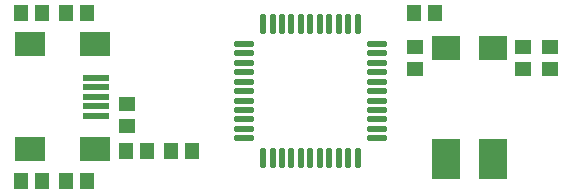
<source format=gtp>
%FSLAX24Y24*%
%MOIN*%
G70*
G01*
G75*
G04 Layer_Color=8421504*
%ADD10R,0.0472X0.0551*%
%ADD11R,0.0551X0.0472*%
%ADD12O,0.0689X0.0217*%
%ADD13O,0.0217X0.0689*%
%ADD14R,0.0906X0.0197*%
%ADD15R,0.0984X0.0787*%
%ADD16R,0.0945X0.1339*%
%ADD17R,0.0945X0.0787*%
%ADD18C,0.0120*%
%ADD19C,0.0200*%
%ADD20C,0.0250*%
%ADD21C,0.0550*%
%ADD22C,0.0591*%
%ADD23R,0.0591X0.0591*%
%ADD24C,0.0472*%
%ADD25C,0.0240*%
%ADD26C,0.0500*%
%ADD27C,0.0100*%
%ADD28C,0.0236*%
%ADD29C,0.0098*%
%ADD30C,0.0079*%
D10*
X27554Y25000D02*
D03*
X26846D02*
D03*
X29054D02*
D03*
X28346D02*
D03*
X37154Y29600D02*
D03*
X36446D02*
D03*
X25554Y24000D02*
D03*
X24846D02*
D03*
X23346Y29600D02*
D03*
X24054D02*
D03*
X24054Y24000D02*
D03*
X23346D02*
D03*
X24846Y29600D02*
D03*
X25554D02*
D03*
D11*
X26900Y26554D02*
D03*
Y25846D02*
D03*
X41000Y28454D02*
D03*
Y27746D02*
D03*
X36500Y28454D02*
D03*
Y27746D02*
D03*
X40100Y28454D02*
D03*
Y27746D02*
D03*
D12*
X30776Y25425D02*
D03*
Y25740D02*
D03*
Y26055D02*
D03*
Y26370D02*
D03*
Y26685D02*
D03*
X30776Y27000D02*
D03*
Y27315D02*
D03*
X30776Y27630D02*
D03*
Y27945D02*
D03*
Y28260D02*
D03*
Y28575D02*
D03*
X35224D02*
D03*
Y28260D02*
D03*
Y27945D02*
D03*
Y27630D02*
D03*
Y27315D02*
D03*
Y27000D02*
D03*
Y26685D02*
D03*
Y26370D02*
D03*
Y26055D02*
D03*
Y25740D02*
D03*
Y25425D02*
D03*
D13*
X31425Y29224D02*
D03*
X31740D02*
D03*
X32055D02*
D03*
X32370D02*
D03*
X32685Y29224D02*
D03*
X33000Y29224D02*
D03*
X33315D02*
D03*
X33630D02*
D03*
X33945D02*
D03*
X34260D02*
D03*
X34575D02*
D03*
X34575Y24776D02*
D03*
X34260D02*
D03*
X33945D02*
D03*
X33630D02*
D03*
X33315D02*
D03*
X33000D02*
D03*
X32685D02*
D03*
X32370D02*
D03*
X32055D02*
D03*
X31740D02*
D03*
X31425D02*
D03*
D14*
X25853Y27125D02*
D03*
Y26180D02*
D03*
Y26495D02*
D03*
Y27440D02*
D03*
Y26810D02*
D03*
D15*
X25814Y28562D02*
D03*
X25814Y25058D02*
D03*
X23648Y28562D02*
D03*
Y25058D02*
D03*
D16*
X37513Y24750D02*
D03*
X39087D02*
D03*
D17*
X37513Y28450D02*
D03*
X39087D02*
D03*
M02*

</source>
